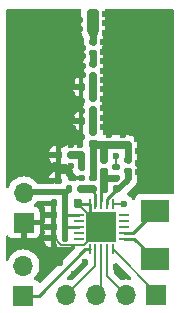
<source format=gbr>
%TF.GenerationSoftware,KiCad,Pcbnew,8.0.4*%
%TF.CreationDate,2024-09-13T17:57:46-07:00*%
%TF.ProjectId,rf-frontend-test,72662d66-726f-46e7-9465-6e642d746573,rev?*%
%TF.SameCoordinates,Original*%
%TF.FileFunction,Copper,L1,Top*%
%TF.FilePolarity,Positive*%
%FSLAX46Y46*%
G04 Gerber Fmt 4.6, Leading zero omitted, Abs format (unit mm)*
G04 Created by KiCad (PCBNEW 8.0.4) date 2024-09-13 17:57:46*
%MOMM*%
%LPD*%
G01*
G04 APERTURE LIST*
G04 Aperture macros list*
%AMRoundRect*
0 Rectangle with rounded corners*
0 $1 Rounding radius*
0 $2 $3 $4 $5 $6 $7 $8 $9 X,Y pos of 4 corners*
0 Add a 4 corners polygon primitive as box body*
4,1,4,$2,$3,$4,$5,$6,$7,$8,$9,$2,$3,0*
0 Add four circle primitives for the rounded corners*
1,1,$1+$1,$2,$3*
1,1,$1+$1,$4,$5*
1,1,$1+$1,$6,$7*
1,1,$1+$1,$8,$9*
0 Add four rect primitives between the rounded corners*
20,1,$1+$1,$2,$3,$4,$5,0*
20,1,$1+$1,$4,$5,$6,$7,0*
20,1,$1+$1,$6,$7,$8,$9,0*
20,1,$1+$1,$8,$9,$2,$3,0*%
G04 Aperture macros list end*
%TA.AperFunction,Conductor*%
%ADD10C,0.640000*%
%TD*%
%TA.AperFunction,Conductor*%
%ADD11C,0.620000*%
%TD*%
%TA.AperFunction,Conductor*%
%ADD12C,0.600000*%
%TD*%
%TA.AperFunction,Conductor*%
%ADD13C,0.560000*%
%TD*%
%TA.AperFunction,Conductor*%
%ADD14C,0.200000*%
%TD*%
%TA.AperFunction,Conductor*%
%ADD15C,0.590000*%
%TD*%
%TA.AperFunction,Conductor*%
%ADD16C,0.250000*%
%TD*%
%TA.AperFunction,Conductor*%
%ADD17C,0.500000*%
%TD*%
%TA.AperFunction,SMDPad,CuDef*%
%ADD18RoundRect,0.147500X0.172500X-0.147500X0.172500X0.147500X-0.172500X0.147500X-0.172500X-0.147500X0*%
%TD*%
%TA.AperFunction,SMDPad,CuDef*%
%ADD19RoundRect,0.140000X0.140000X0.170000X-0.140000X0.170000X-0.140000X-0.170000X0.140000X-0.170000X0*%
%TD*%
%TA.AperFunction,SMDPad,CuDef*%
%ADD20RoundRect,0.140000X0.170000X-0.140000X0.170000X0.140000X-0.170000X0.140000X-0.170000X-0.140000X0*%
%TD*%
%TA.AperFunction,ComponentPad*%
%ADD21R,1.700000X1.700000*%
%TD*%
%TA.AperFunction,ComponentPad*%
%ADD22O,1.700000X1.700000*%
%TD*%
%TA.AperFunction,SMDPad,CuDef*%
%ADD23RoundRect,0.062500X-0.062500X0.362500X-0.062500X-0.362500X0.062500X-0.362500X0.062500X0.362500X0*%
%TD*%
%TA.AperFunction,SMDPad,CuDef*%
%ADD24RoundRect,0.062500X-0.362500X0.062500X-0.362500X-0.062500X0.362500X-0.062500X0.362500X0.062500X0*%
%TD*%
%TA.AperFunction,HeatsinkPad*%
%ADD25R,2.600000X2.600000*%
%TD*%
%TA.AperFunction,SMDPad,CuDef*%
%ADD26R,2.400000X1.900000*%
%TD*%
%TA.AperFunction,SMDPad,CuDef*%
%ADD27RoundRect,0.147500X-0.147500X-0.172500X0.147500X-0.172500X0.147500X0.172500X-0.147500X0.172500X0*%
%TD*%
%TA.AperFunction,SMDPad,CuDef*%
%ADD28RoundRect,0.250000X-0.250000X-0.750000X0.250000X-0.750000X0.250000X0.750000X-0.250000X0.750000X0*%
%TD*%
%TA.AperFunction,SMDPad,CuDef*%
%ADD29RoundRect,0.135000X0.135000X0.185000X-0.135000X0.185000X-0.135000X-0.185000X0.135000X-0.185000X0*%
%TD*%
%TA.AperFunction,SMDPad,CuDef*%
%ADD30RoundRect,0.147500X0.147500X0.172500X-0.147500X0.172500X-0.147500X-0.172500X0.147500X-0.172500X0*%
%TD*%
%TA.AperFunction,ViaPad*%
%ADD31C,0.600000*%
%TD*%
%TA.AperFunction,Conductor*%
%ADD32C,0.152400*%
%TD*%
G04 APERTURE END LIST*
D10*
%TO.N,Net-(C6-Pad2)*%
X121100000Y-57700000D02*
X118160000Y-57700000D01*
D11*
%TO.N,Net-(AE1-A)*%
X118180000Y-48965000D02*
X118180000Y-47215000D01*
%TO.N,Net-(CC1-Pad1)*%
X118180000Y-50810000D02*
X118180000Y-49980000D01*
D12*
%TO.N,Net-(U1-RXp)*%
X121100000Y-60500000D02*
X121100000Y-59975000D01*
D13*
%TO.N,Net-(U1-RXn)*%
X120100000Y-60500000D02*
X119100000Y-60500000D01*
D14*
%TO.N,Net-(C6-Pad2)*%
X118550000Y-57550000D02*
X118390000Y-57390000D01*
D15*
%TO.N,Net-(CF1-Pad2)*%
X117190000Y-59560000D02*
X117190000Y-58560000D01*
D10*
X116320000Y-58560000D02*
X117160000Y-58560000D01*
%TO.N,Net-(U1-TX)*%
X117144800Y-61468000D02*
X118160800Y-61468000D01*
D14*
%TO.N,Net-(AE1-A)*%
X118070000Y-48720000D02*
X117780000Y-48070000D01*
D10*
%TO.N,Net-(CF3-Pad1)*%
X118180000Y-53710000D02*
X118180000Y-51870000D01*
D16*
%TO.N,Net-(U1-RXn)*%
X118872000Y-62484000D02*
X118872000Y-59775000D01*
D11*
%TO.N,Net-(C6-Pad2)*%
X121100000Y-58950000D02*
X121100000Y-57790000D01*
D10*
%TO.N,Net-(U1-RXn)*%
X119126000Y-59975000D02*
X119126000Y-61468000D01*
D14*
%TO.N,Net-(AE1-A)*%
X118370000Y-48640000D02*
X118560000Y-48010000D01*
D11*
%TO.N,Net-(C6-Pad2)*%
X118160000Y-60450000D02*
X118160000Y-57850000D01*
D16*
%TO.N,Net-(U1-TX)*%
X118375000Y-61917800D02*
X118375000Y-62832200D01*
D10*
%TO.N,Net-(CF2-Pad1)*%
X118180000Y-56580000D02*
X118180000Y-54730000D01*
D17*
%TO.N,Net-(U1-RXp)*%
X120237500Y-61537500D02*
X121147419Y-60627581D01*
D10*
%TO.N,Net-(C6-Pad2)*%
X119120000Y-58950000D02*
X119120000Y-57830000D01*
D16*
%TO.N,Net-(U1-TX)*%
X118110000Y-61663747D02*
G75*
G02*
X118371453Y-61925200I0J-261453D01*
G01*
%TD*%
D18*
%TO.P,LF4,1,1*%
%TO.N,Net-(CF3-Pad1)*%
X118180000Y-51840000D03*
%TO.P,LF4,2,2*%
%TO.N,Net-(CC1-Pad1)*%
X118180000Y-50870000D03*
%TD*%
D19*
%TO.P,CF2,1*%
%TO.N,Net-(CF2-Pad1)*%
X118220000Y-55650000D03*
%TO.P,CF2,2*%
%TO.N,GND*%
X117260000Y-55650000D03*
%TD*%
D20*
%TO.P,C3,1*%
%TO.N,+3.3V*%
X115220000Y-61720000D03*
%TO.P,C3,2*%
%TO.N,GND*%
X115220000Y-60760000D03*
%TD*%
D21*
%TO.P,J1,1,Pin_1*%
%TO.N,~{RF_IRQ}*%
X112280000Y-70445000D03*
D22*
%TO.P,J1,2,Pin_2*%
%TO.N,~{RF_EN}*%
X112280000Y-67905000D03*
%TD*%
D20*
%TO.P,CR1,1*%
%TO.N,Net-(U1-RXn)*%
X120100000Y-60500000D03*
%TO.P,CR1,2*%
%TO.N,GND*%
X120100000Y-59540000D03*
%TD*%
D19*
%TO.P,C2,1*%
%TO.N,+3.3V*%
X115800000Y-62650000D03*
%TO.P,C2,2*%
%TO.N,GND*%
X114840000Y-62650000D03*
%TD*%
D20*
%TO.P,CC1,1*%
%TO.N,Net-(CC1-Pad1)*%
X118180000Y-49950000D03*
%TO.P,CC1,2*%
%TO.N,Net-(AE1-A)*%
X118180000Y-48990000D03*
%TD*%
D23*
%TO.P,U1,1,SDN*%
%TO.N,~{RF_EN}*%
X119872000Y-62700000D03*
%TO.P,U1,2,RXp*%
%TO.N,Net-(U1-RXp)*%
X119372000Y-62700000D03*
%TO.P,U1,3,RXn*%
%TO.N,Net-(U1-RXn)*%
X118872000Y-62700000D03*
%TO.P,U1,4,TX*%
%TO.N,Net-(U1-TX)*%
X118372000Y-62700000D03*
%TO.P,U1,5,NC*%
%TO.N,GND*%
X117872000Y-62700000D03*
D24*
%TO.P,U1,6,VDD*%
%TO.N,+3.3V*%
X116947000Y-63625000D03*
%TO.P,U1,7,TXRAMP*%
%TO.N,unconnected-(U1-TXRAMP-Pad7)*%
X116947000Y-64125000D03*
%TO.P,U1,8,VDD*%
%TO.N,+3.3V*%
X116947000Y-64625000D03*
%TO.P,U1,9,GPIO0*%
%TO.N,unconnected-(U1-GPIO0-Pad9)*%
X116947000Y-65125000D03*
%TO.P,U1,10,GPIO1*%
%TO.N,unconnected-(U1-GPIO1-Pad10)*%
X116947000Y-65625000D03*
D23*
%TO.P,U1,11,~{IRQ}*%
%TO.N,~{RF_IRQ}*%
X117872000Y-66550000D03*
%TO.P,U1,12,SCLK*%
%TO.N,SCLK*%
X118372000Y-66550000D03*
%TO.P,U1,13,SDO*%
%TO.N,MISO*%
X118872000Y-66550000D03*
%TO.P,U1,14,SDI*%
%TO.N,MOSI*%
X119372000Y-66550000D03*
%TO.P,U1,15,~{SEL}*%
%TO.N,~{RF_CS}*%
X119872000Y-66550000D03*
D24*
%TO.P,U1,16,XOUT*%
%TO.N,Net-(U1-XOUT)*%
X120797000Y-65625000D03*
%TO.P,U1,17,XIN*%
%TO.N,Net-(U1-XIN)*%
X120797000Y-65125000D03*
%TO.P,U1,18,GND*%
%TO.N,unconnected-(U1-GND-Pad18)*%
X120797000Y-64625000D03*
%TO.P,U1,19,GPIO2*%
%TO.N,unconnected-(U1-GPIO2-Pad19)*%
X120797000Y-64125000D03*
%TO.P,U1,20,GPIO3*%
%TO.N,unconnected-(U1-GPIO3-Pad20)*%
X120797000Y-63625000D03*
D25*
%TO.P,U1,21,GND*%
%TO.N,GND*%
X118872000Y-64625000D03*
%TD*%
D19*
%TO.P,C5,1*%
%TO.N,+3.3V*%
X115800000Y-63620000D03*
%TO.P,C5,2*%
%TO.N,GND*%
X114840000Y-63620000D03*
%TD*%
D26*
%TO.P,Y1,1,1*%
%TO.N,Net-(U1-XIN)*%
X123410000Y-63270000D03*
%TO.P,Y1,2,2*%
%TO.N,Net-(U1-XOUT)*%
X123410000Y-67370000D03*
%TD*%
D18*
%TO.P,LF3,1,1*%
%TO.N,Net-(CF2-Pad1)*%
X118180000Y-54705000D03*
%TO.P,LF3,2,2*%
%TO.N,Net-(CF3-Pad1)*%
X118180000Y-53735000D03*
%TD*%
D19*
%TO.P,CF1,1*%
%TO.N,Net-(C6-Pad2)*%
X118170000Y-59540000D03*
%TO.P,CF1,2*%
%TO.N,Net-(CF1-Pad2)*%
X117210000Y-59540000D03*
%TD*%
D27*
%TO.P,Lchk1,1,1*%
%TO.N,+3.3V*%
X116174800Y-61468000D03*
%TO.P,Lchk1,2,2*%
%TO.N,Net-(U1-TX)*%
X117144800Y-61468000D03*
%TD*%
D20*
%TO.P,C6,1*%
%TO.N,Net-(U1-TX)*%
X118160800Y-61440000D03*
%TO.P,C6,2*%
%TO.N,Net-(C6-Pad2)*%
X118160800Y-60480000D03*
%TD*%
D19*
%TO.P,C4,1*%
%TO.N,+3.3V*%
X115790000Y-64610000D03*
%TO.P,C4,2*%
%TO.N,GND*%
X114830000Y-64610000D03*
%TD*%
D18*
%TO.P,LR2,1,1*%
%TO.N,Net-(U1-RXn)*%
X119126000Y-59944000D03*
%TO.P,LR2,2,2*%
%TO.N,Net-(C6-Pad2)*%
X119126000Y-58974000D03*
%TD*%
D21*
%TO.P,J2,1,Pin_1*%
%TO.N,~{RF_CS}*%
X123520000Y-70440000D03*
D22*
%TO.P,J2,2,Pin_2*%
%TO.N,MOSI*%
X120980000Y-70440000D03*
%TO.P,J2,3,Pin_3*%
%TO.N,MISO*%
X118440000Y-70440000D03*
%TO.P,J2,4,Pin_4*%
%TO.N,SCLK*%
X115900000Y-70440000D03*
%TD*%
D28*
%TO.P,AE1,1,A*%
%TO.N,Net-(AE1-A)*%
X118160000Y-47240000D03*
%TD*%
D20*
%TO.P,CR2,1*%
%TO.N,Net-(U1-RXp)*%
X121100000Y-59938800D03*
%TO.P,CR2,2*%
%TO.N,Net-(C6-Pad2)*%
X121100000Y-58978800D03*
%TD*%
D18*
%TO.P,LF2,1,1*%
%TO.N,Net-(C6-Pad2)*%
X118180000Y-57570000D03*
%TO.P,LF2,2,2*%
%TO.N,Net-(CF2-Pad1)*%
X118180000Y-56600000D03*
%TD*%
D29*
%TO.P,RF1,1*%
%TO.N,Net-(CF1-Pad2)*%
X116270000Y-58560000D03*
%TO.P,RF1,2*%
%TO.N,GND*%
X115250000Y-58560000D03*
%TD*%
D21*
%TO.P,J3,1,Pin_1*%
%TO.N,GND*%
X112290000Y-64265000D03*
D22*
%TO.P,J3,2,Pin_2*%
%TO.N,+3.3V*%
X112290000Y-61725000D03*
%TD*%
D27*
%TO.P,LF1,1,1*%
%TO.N,Net-(CF1-Pad2)*%
X117185000Y-58550000D03*
%TO.P,LF1,2,2*%
%TO.N,Net-(C6-Pad2)*%
X118155000Y-58550000D03*
%TD*%
D30*
%TO.P,LR1,1,1*%
%TO.N,Net-(U1-RXp)*%
X120119000Y-61468000D03*
%TO.P,LR1,2,2*%
%TO.N,Net-(U1-RXn)*%
X119149000Y-61468000D03*
%TD*%
D19*
%TO.P,CF3,1*%
%TO.N,Net-(CF3-Pad1)*%
X118170000Y-52790000D03*
%TO.P,CF3,2*%
%TO.N,GND*%
X117210000Y-52790000D03*
%TD*%
%TO.P,C1,1*%
%TO.N,+3.3V*%
X115790000Y-65570000D03*
%TO.P,C1,2*%
%TO.N,GND*%
X114830000Y-65570000D03*
%TD*%
D31*
%TO.N,~{RF_EN}*%
X120800000Y-62700000D03*
%TO.N,GND*%
X115900000Y-54200000D03*
X119200000Y-46600000D03*
X117300000Y-49500000D03*
X115900000Y-48600000D03*
X117200000Y-57000000D03*
X115000000Y-48600000D03*
X111600000Y-48200000D03*
X117200000Y-54000000D03*
X120000000Y-52100000D03*
X114900000Y-49800000D03*
X117200000Y-60500000D03*
X115400000Y-67700000D03*
X122700000Y-55400000D03*
X119200000Y-47400000D03*
X112400000Y-51600000D03*
X123000000Y-56600000D03*
X114300000Y-56600000D03*
X117200000Y-54800000D03*
X124100000Y-53600000D03*
X111600000Y-53900000D03*
X116400000Y-53400000D03*
X111700000Y-46900000D03*
X116600000Y-68600000D03*
X112500000Y-49400000D03*
X124000000Y-56900000D03*
X113900000Y-55800000D03*
X124200000Y-46900000D03*
X123000000Y-57900000D03*
X114400000Y-68100000D03*
X119000000Y-53800000D03*
X111400000Y-52900000D03*
X112300000Y-52700000D03*
X115000000Y-59400000D03*
X119500000Y-56880000D03*
X124117044Y-48615904D03*
X119000000Y-54600000D03*
X114500000Y-66900000D03*
X117100000Y-47900000D03*
X121400000Y-53200000D03*
X121900000Y-57200000D03*
X117300000Y-51800000D03*
X117300000Y-50200000D03*
X120200000Y-54600000D03*
X111500000Y-55100000D03*
X111400000Y-59200000D03*
X113200000Y-57400000D03*
X121000000Y-50700000D03*
X123300000Y-47000000D03*
X115500000Y-57700000D03*
X114623869Y-55154018D03*
X111400000Y-56100000D03*
X111400000Y-57200000D03*
X114300000Y-60200000D03*
X123400000Y-52400000D03*
X123100000Y-59000000D03*
X124100000Y-54600000D03*
X113500000Y-54900000D03*
X115300000Y-56300000D03*
X111400000Y-50500000D03*
X119000000Y-55400000D03*
X124000000Y-55700000D03*
X116400000Y-60500000D03*
X122000000Y-59200000D03*
X124100000Y-61600000D03*
X112400000Y-55300000D03*
X116400000Y-52400000D03*
X117100000Y-57700000D03*
X114000000Y-46800000D03*
X113800000Y-53900000D03*
X112300000Y-57200000D03*
X121600000Y-48000000D03*
X121800000Y-56300000D03*
X124000000Y-50100000D03*
X114600000Y-57600000D03*
X116300000Y-59500000D03*
X115500000Y-52200000D03*
X111400000Y-51700000D03*
X121500000Y-55500000D03*
X112600000Y-50400000D03*
X113100000Y-53300000D03*
X122300000Y-52100000D03*
X119200000Y-48200000D03*
X112618085Y-48436976D03*
X114000000Y-48900000D03*
X112200000Y-59400000D03*
X120400000Y-48700000D03*
X123000000Y-49900000D03*
X123000000Y-60800000D03*
X117100000Y-48700000D03*
X122900000Y-48900000D03*
X115600000Y-59900000D03*
X122000000Y-58200000D03*
X119000000Y-51400000D03*
X115900000Y-50000000D03*
X114200000Y-58500000D03*
X122600000Y-53300000D03*
X120300000Y-55800000D03*
X120000000Y-49900000D03*
X117000000Y-62700000D03*
X122100000Y-50700000D03*
X120500000Y-47600000D03*
X119000000Y-50600000D03*
X113900000Y-50300000D03*
X120100000Y-68000000D03*
X113900000Y-47900000D03*
X119000000Y-49800000D03*
X111400000Y-58200000D03*
X122000000Y-60000000D03*
X119000000Y-53000000D03*
X115200000Y-53100000D03*
X119000000Y-49000000D03*
X119000000Y-56200000D03*
X124200000Y-59200000D03*
X122900000Y-60000000D03*
X113100000Y-58700000D03*
X121200000Y-52000000D03*
X120100000Y-58600000D03*
X116300000Y-57700000D03*
X113400000Y-52200000D03*
X112300000Y-58200000D03*
X117300000Y-51000000D03*
X122600000Y-61600000D03*
X116000000Y-47700000D03*
X116500000Y-56300000D03*
X112600000Y-54200000D03*
X116400000Y-55400000D03*
X120100000Y-53300000D03*
X124100000Y-60200000D03*
X113600000Y-59500000D03*
X114200000Y-52900000D03*
X117500000Y-67600000D03*
X119000000Y-52200000D03*
X122700000Y-54400000D03*
X115700000Y-66800000D03*
X114900000Y-50900000D03*
X114900000Y-54000000D03*
X124000000Y-51500000D03*
X113200000Y-56500000D03*
X120700000Y-56880000D03*
X121800000Y-49500000D03*
X115900000Y-51000000D03*
X121400000Y-46900000D03*
X122300000Y-46800000D03*
X112300000Y-56200000D03*
X112800000Y-47400000D03*
X123400000Y-61600000D03*
X115400000Y-55000000D03*
X122637757Y-47806076D03*
X113500000Y-51300000D03*
X111400000Y-49300000D03*
X117100000Y-47100000D03*
X114900000Y-47500000D03*
X123000000Y-51200000D03*
X121300000Y-54400000D03*
X120000000Y-50800000D03*
X114400000Y-51900000D03*
X115900000Y-56900000D03*
X124200000Y-58100000D03*
X116100000Y-46800000D03*
%TD*%
D16*
%TO.N,+3.3V*%
X115790000Y-63630000D02*
X115800000Y-63620000D01*
D17*
X115800000Y-62650000D02*
X115800000Y-61842800D01*
X115220000Y-61720000D02*
X112295000Y-61720000D01*
D16*
X116947000Y-63625000D02*
X115805000Y-63625000D01*
D17*
X115800000Y-63620000D02*
X115800000Y-62650000D01*
D16*
X112295000Y-61720000D02*
X112290000Y-61725000D01*
X116947000Y-64625000D02*
X115805000Y-64625000D01*
D17*
X115800000Y-61842800D02*
X116174800Y-61468000D01*
D16*
X115677200Y-61720000D02*
X115800000Y-61842800D01*
D17*
X115790000Y-65570000D02*
X115790000Y-64610000D01*
D16*
X115805000Y-63625000D02*
X115800000Y-63620000D01*
D17*
X115220000Y-61720000D02*
X115677200Y-61720000D01*
X115790000Y-64610000D02*
X115790000Y-63630000D01*
D16*
X115805000Y-64625000D02*
X115790000Y-64610000D01*
D14*
%TO.N,~{RF_EN}*%
X119872000Y-62700000D02*
X120800000Y-62700000D01*
D16*
%TO.N,~{RF_IRQ}*%
X117450000Y-66550000D02*
X113555000Y-70445000D01*
X113555000Y-70445000D02*
X112280000Y-70445000D01*
X117872000Y-66550000D02*
X117450000Y-66550000D01*
%TO.N,Net-(U1-RXp)*%
X119372000Y-62738000D02*
X119372000Y-62288800D01*
X119372000Y-62288800D02*
X120119000Y-61541800D01*
%TO.N,Net-(U1-XOUT)*%
X121665000Y-65625000D02*
X123410000Y-67370000D01*
X120797000Y-65625000D02*
X121665000Y-65625000D01*
D14*
%TO.N,MISO*%
X118872000Y-66550000D02*
X118872000Y-70008000D01*
X118872000Y-70008000D02*
X118440000Y-70440000D01*
%TO.N,~{RF_CS}*%
X123520000Y-70198000D02*
X123520000Y-70440000D01*
X119872000Y-66550000D02*
X123520000Y-70198000D01*
%TO.N,Net-(U1-RXn)*%
X119149000Y-60048000D02*
X119126000Y-60025000D01*
%TO.N,MOSI*%
X119372000Y-66550000D02*
X119372000Y-68832000D01*
X119372000Y-68832000D02*
X120980000Y-70440000D01*
%TO.N,SCLK*%
X118372000Y-67968000D02*
X115900000Y-70440000D01*
X118372000Y-66550000D02*
X118372000Y-67968000D01*
D16*
%TO.N,Net-(U1-XIN)*%
X121555000Y-65125000D02*
X123410000Y-63270000D01*
X120797000Y-65125000D02*
X121555000Y-65125000D01*
%TO.N,GND*%
X117872000Y-63625000D02*
X117872000Y-62700000D01*
D14*
X118872000Y-64625000D02*
X117000000Y-62753000D01*
D32*
X117367000Y-66130000D02*
X115484576Y-66130000D01*
D16*
X117872000Y-62700000D02*
X117000000Y-62700000D01*
D32*
X118872000Y-64625000D02*
X117367000Y-66130000D01*
X115484576Y-66130000D02*
X114840000Y-65485424D01*
D14*
X120100000Y-59540000D02*
X120100000Y-58600000D01*
D16*
X114840000Y-65485424D02*
X114840000Y-62650000D01*
%TD*%
%TA.AperFunction,Conductor*%
%TO.N,GND*%
G36*
X114872523Y-62475422D02*
G01*
X114930097Y-62492149D01*
X114988980Y-62529753D01*
X115018187Y-62593226D01*
X115019500Y-62611224D01*
X115019500Y-62884697D01*
X115022356Y-62920991D01*
X115022357Y-62920994D01*
X115044576Y-62997469D01*
X115049500Y-63032065D01*
X115049500Y-63237934D01*
X115044576Y-63272530D01*
X115022357Y-63349005D01*
X115022356Y-63349008D01*
X115019500Y-63385302D01*
X115019500Y-63854697D01*
X115022356Y-63890991D01*
X115022357Y-63890994D01*
X115034576Y-63933050D01*
X115039500Y-63967646D01*
X115039500Y-64227934D01*
X115034576Y-64262530D01*
X115012357Y-64339005D01*
X115012356Y-64339008D01*
X115009500Y-64375302D01*
X115009500Y-64844697D01*
X115012356Y-64880991D01*
X115012357Y-64880994D01*
X115034576Y-64957469D01*
X115039500Y-64992065D01*
X115039500Y-65187934D01*
X115034576Y-65222530D01*
X115012357Y-65299005D01*
X115012356Y-65299008D01*
X115009500Y-65335302D01*
X115009500Y-65804697D01*
X115012356Y-65840991D01*
X115012357Y-65840997D01*
X115057503Y-65996389D01*
X115057505Y-65996393D01*
X115057506Y-65996395D01*
X115062732Y-66005233D01*
X115080000Y-66068352D01*
X115080000Y-66374503D01*
X115226194Y-66332032D01*
X115246384Y-66320091D01*
X115314108Y-66302906D01*
X115372629Y-66320089D01*
X115393605Y-66332494D01*
X115434587Y-66344400D01*
X115549002Y-66377642D01*
X115549005Y-66377642D01*
X115549007Y-66377643D01*
X115585310Y-66380500D01*
X115585318Y-66380500D01*
X115994682Y-66380500D01*
X115994690Y-66380500D01*
X116030993Y-66377643D01*
X116030995Y-66377642D01*
X116030997Y-66377642D01*
X116071975Y-66365736D01*
X116186395Y-66332494D01*
X116324507Y-66250815D01*
X116332402Y-66246146D01*
X116334257Y-66249282D01*
X116383453Y-66229437D01*
X116429055Y-66236214D01*
X116429674Y-66233905D01*
X116437524Y-66236008D01*
X116437526Y-66236008D01*
X116437528Y-66236009D01*
X116547599Y-66250500D01*
X116565544Y-66250499D01*
X116632582Y-66270181D01*
X116678339Y-66322982D01*
X116688286Y-66392140D01*
X116659264Y-66455697D01*
X116653228Y-66462180D01*
X113755874Y-69359534D01*
X113694551Y-69393019D01*
X113624859Y-69388035D01*
X113568926Y-69346164D01*
X113565241Y-69341241D01*
X113487546Y-69237454D01*
X113464709Y-69220358D01*
X113372335Y-69151206D01*
X113372328Y-69151202D01*
X113240917Y-69102189D01*
X113184983Y-69060318D01*
X113160566Y-68994853D01*
X113175418Y-68926580D01*
X113196563Y-68898332D01*
X113318495Y-68776401D01*
X113454035Y-68582830D01*
X113553903Y-68368663D01*
X113615063Y-68140408D01*
X113635659Y-67905000D01*
X113615063Y-67669592D01*
X113560897Y-67467439D01*
X113553905Y-67441344D01*
X113553904Y-67441343D01*
X113553903Y-67441337D01*
X113454035Y-67227171D01*
X113318495Y-67033599D01*
X113318494Y-67033597D01*
X113151402Y-66866506D01*
X113151395Y-66866501D01*
X112957834Y-66730967D01*
X112957830Y-66730965D01*
X112957828Y-66730964D01*
X112743663Y-66631097D01*
X112743659Y-66631096D01*
X112743655Y-66631094D01*
X112515413Y-66569938D01*
X112515403Y-66569936D01*
X112280001Y-66549341D01*
X112279999Y-66549341D01*
X112044596Y-66569936D01*
X112044586Y-66569938D01*
X111816344Y-66631094D01*
X111816335Y-66631098D01*
X111602171Y-66730964D01*
X111602169Y-66730965D01*
X111408597Y-66866505D01*
X111241505Y-67033597D01*
X111105965Y-67227169D01*
X111105964Y-67227171D01*
X111017882Y-67416064D01*
X110971710Y-67468503D01*
X110904516Y-67487655D01*
X110837635Y-67467439D01*
X110792300Y-67414274D01*
X110781500Y-67363659D01*
X110781500Y-65820000D01*
X114051210Y-65820000D01*
X114052854Y-65840910D01*
X114097968Y-65996195D01*
X114180278Y-66135374D01*
X114180285Y-66135383D01*
X114294616Y-66249714D01*
X114294625Y-66249721D01*
X114433804Y-66332031D01*
X114580000Y-66374504D01*
X114580000Y-65820000D01*
X114051210Y-65820000D01*
X110781500Y-65820000D01*
X110781500Y-65442246D01*
X110801185Y-65375207D01*
X110853989Y-65329452D01*
X110923147Y-65319508D01*
X110986703Y-65348533D01*
X111004767Y-65367935D01*
X111082813Y-65472190D01*
X111197906Y-65558350D01*
X111197913Y-65558354D01*
X111332620Y-65608596D01*
X111332627Y-65608598D01*
X111392155Y-65614999D01*
X111392172Y-65615000D01*
X112040000Y-65615000D01*
X112040000Y-64698012D01*
X112097007Y-64730925D01*
X112224174Y-64765000D01*
X112355826Y-64765000D01*
X112482993Y-64730925D01*
X112540000Y-64698012D01*
X112540000Y-65615000D01*
X113187828Y-65615000D01*
X113187844Y-65614999D01*
X113247372Y-65608598D01*
X113247379Y-65608596D01*
X113382086Y-65558354D01*
X113382093Y-65558350D01*
X113497187Y-65472190D01*
X113497190Y-65472187D01*
X113583350Y-65357093D01*
X113583354Y-65357086D01*
X113597186Y-65319999D01*
X114051209Y-65319999D01*
X114051210Y-65320000D01*
X114580000Y-65320000D01*
X114580000Y-64860000D01*
X114051210Y-64860000D01*
X114052854Y-64880910D01*
X114097968Y-65036195D01*
X114099942Y-65040756D01*
X114108499Y-65110099D01*
X114099942Y-65139244D01*
X114097966Y-65143809D01*
X114052855Y-65299081D01*
X114052854Y-65299087D01*
X114051209Y-65319999D01*
X113597186Y-65319999D01*
X113633596Y-65222379D01*
X113633598Y-65222372D01*
X113639999Y-65162844D01*
X113640000Y-65162827D01*
X113640000Y-64515000D01*
X112723012Y-64515000D01*
X112755925Y-64457993D01*
X112782183Y-64359999D01*
X114051209Y-64359999D01*
X114051210Y-64360000D01*
X114580000Y-64360000D01*
X114580000Y-63870000D01*
X114061210Y-63870000D01*
X114062854Y-63890910D01*
X114107968Y-64046195D01*
X114111066Y-64053353D01*
X114109069Y-64054216D01*
X114123511Y-64111159D01*
X114106331Y-64169662D01*
X114097970Y-64183799D01*
X114097966Y-64183809D01*
X114052855Y-64339081D01*
X114052854Y-64339087D01*
X114051209Y-64359999D01*
X112782183Y-64359999D01*
X112790000Y-64330826D01*
X112790000Y-64199174D01*
X112755925Y-64072007D01*
X112723012Y-64015000D01*
X113640000Y-64015000D01*
X113640000Y-63369999D01*
X114061209Y-63369999D01*
X114061210Y-63370000D01*
X114590000Y-63370000D01*
X114590000Y-62900000D01*
X114061210Y-62900000D01*
X114062854Y-62920910D01*
X114107968Y-63076195D01*
X114111066Y-63083353D01*
X114108602Y-63084419D01*
X114122596Y-63139632D01*
X114109048Y-63185773D01*
X114111066Y-63186647D01*
X114107966Y-63193809D01*
X114062855Y-63349081D01*
X114062854Y-63349087D01*
X114061209Y-63369999D01*
X113640000Y-63369999D01*
X113640000Y-63367172D01*
X113639999Y-63367155D01*
X113633598Y-63307627D01*
X113633596Y-63307620D01*
X113583354Y-63172913D01*
X113583350Y-63172906D01*
X113497190Y-63057812D01*
X113497187Y-63057809D01*
X113382093Y-62971649D01*
X113382088Y-62971646D01*
X113250528Y-62922577D01*
X113194595Y-62880705D01*
X113170178Y-62815241D01*
X113185030Y-62746968D01*
X113206175Y-62718720D01*
X113328495Y-62596401D01*
X113379628Y-62523376D01*
X113434205Y-62479751D01*
X113481202Y-62470500D01*
X114837934Y-62470500D01*
X114872523Y-62475422D01*
G37*
%TD.AperFunction*%
%TA.AperFunction,Conductor*%
G36*
X117565994Y-67421108D02*
G01*
X117570109Y-67422727D01*
X117662528Y-67461009D01*
X117663683Y-67461161D01*
X117664583Y-67461559D01*
X117670378Y-67463112D01*
X117670135Y-67464015D01*
X117727580Y-67489426D01*
X117766052Y-67547750D01*
X117771500Y-67584100D01*
X117771500Y-67667902D01*
X117751815Y-67734941D01*
X117735181Y-67755583D01*
X116383530Y-69107233D01*
X116322207Y-69140718D01*
X116263756Y-69139327D01*
X116135413Y-69104938D01*
X116135403Y-69104936D01*
X116073177Y-69099492D01*
X116008109Y-69074039D01*
X115967131Y-69017447D01*
X115963254Y-68947685D01*
X115996303Y-68888285D01*
X117434981Y-67449607D01*
X117496302Y-67416124D01*
X117565994Y-67421108D01*
G37*
%TD.AperFunction*%
%TA.AperFunction,Conductor*%
G36*
X120177703Y-67705384D02*
G01*
X120184181Y-67711416D01*
X121383080Y-68910315D01*
X121416565Y-68971638D01*
X121411581Y-69041330D01*
X121369709Y-69097263D01*
X121304245Y-69121680D01*
X121263306Y-69117771D01*
X121215413Y-69104938D01*
X121215403Y-69104936D01*
X120980001Y-69084341D01*
X120979999Y-69084341D01*
X120744596Y-69104936D01*
X120744583Y-69104939D01*
X120616241Y-69139327D01*
X120546392Y-69137664D01*
X120496468Y-69107233D01*
X120008819Y-68619584D01*
X119975334Y-68558261D01*
X119972500Y-68531903D01*
X119972500Y-67799097D01*
X119992185Y-67732058D01*
X120044989Y-67686303D01*
X120114147Y-67676359D01*
X120177703Y-67705384D01*
G37*
%TD.AperFunction*%
%TA.AperFunction,Conductor*%
G36*
X118154507Y-63609537D02*
G01*
X118154677Y-63608905D01*
X118162526Y-63611008D01*
X118162528Y-63611009D01*
X118272599Y-63625500D01*
X118471400Y-63625499D01*
X118471401Y-63625499D01*
X118488087Y-63623302D01*
X118581472Y-63611009D01*
X118581475Y-63611007D01*
X118589326Y-63608905D01*
X118590210Y-63612207D01*
X118643925Y-63606392D01*
X118654514Y-63609501D01*
X118654674Y-63608905D01*
X118662524Y-63611008D01*
X118662526Y-63611008D01*
X118662528Y-63611009D01*
X118772599Y-63625500D01*
X118971400Y-63625499D01*
X118971401Y-63625499D01*
X118988087Y-63623302D01*
X119081472Y-63611009D01*
X119081475Y-63611007D01*
X119089326Y-63608905D01*
X119090210Y-63612207D01*
X119143925Y-63606392D01*
X119154514Y-63609501D01*
X119154674Y-63608905D01*
X119162524Y-63611008D01*
X119162526Y-63611008D01*
X119162528Y-63611009D01*
X119272599Y-63625500D01*
X119471400Y-63625499D01*
X119471401Y-63625499D01*
X119488087Y-63623302D01*
X119581472Y-63611009D01*
X119581475Y-63611007D01*
X119589326Y-63608905D01*
X119590210Y-63612207D01*
X119643925Y-63606392D01*
X119654514Y-63609501D01*
X119654674Y-63608905D01*
X119662524Y-63611008D01*
X119662526Y-63611008D01*
X119662528Y-63611009D01*
X119765661Y-63624586D01*
X119829556Y-63652852D01*
X119868028Y-63711176D01*
X119872414Y-63731341D01*
X119885989Y-63834469D01*
X119888094Y-63842322D01*
X119884814Y-63843200D01*
X119890581Y-63897073D01*
X119887517Y-63907522D01*
X119888095Y-63907677D01*
X119885990Y-63915529D01*
X119871500Y-64025598D01*
X119871500Y-64224403D01*
X119885989Y-64334468D01*
X119888094Y-64342322D01*
X119884814Y-64343200D01*
X119890581Y-64397073D01*
X119887517Y-64407522D01*
X119888095Y-64407677D01*
X119885990Y-64415529D01*
X119871500Y-64525598D01*
X119871500Y-64724403D01*
X119885989Y-64834468D01*
X119888094Y-64842322D01*
X119884814Y-64843200D01*
X119890581Y-64897073D01*
X119887517Y-64907522D01*
X119888095Y-64907677D01*
X119885990Y-64915529D01*
X119871500Y-65025598D01*
X119871500Y-65224403D01*
X119885989Y-65334468D01*
X119888094Y-65342322D01*
X119884814Y-65343200D01*
X119890581Y-65397073D01*
X119887517Y-65407522D01*
X119888095Y-65407677D01*
X119885991Y-65415528D01*
X119872413Y-65518661D01*
X119844146Y-65582557D01*
X119785822Y-65621028D01*
X119765658Y-65625414D01*
X119662530Y-65638989D01*
X119654678Y-65641094D01*
X119653802Y-65637824D01*
X119599853Y-65643567D01*
X119589477Y-65640518D01*
X119589323Y-65641095D01*
X119581470Y-65638990D01*
X119471401Y-65624500D01*
X119272596Y-65624500D01*
X119162531Y-65638989D01*
X119154678Y-65641094D01*
X119153802Y-65637824D01*
X119099853Y-65643567D01*
X119089477Y-65640518D01*
X119089323Y-65641095D01*
X119081470Y-65638990D01*
X118971401Y-65624500D01*
X118772596Y-65624500D01*
X118662531Y-65638989D01*
X118654678Y-65641094D01*
X118653802Y-65637824D01*
X118599853Y-65643567D01*
X118589477Y-65640518D01*
X118589323Y-65641095D01*
X118581470Y-65638990D01*
X118471401Y-65624500D01*
X118272596Y-65624500D01*
X118162531Y-65638989D01*
X118154678Y-65641094D01*
X118153802Y-65637824D01*
X118099853Y-65643567D01*
X118089477Y-65640518D01*
X118089323Y-65641095D01*
X118081473Y-65638991D01*
X118081472Y-65638991D01*
X118047299Y-65634492D01*
X117978338Y-65625413D01*
X117914442Y-65597146D01*
X117875971Y-65538822D01*
X117871585Y-65518658D01*
X117865468Y-65472190D01*
X117858009Y-65415528D01*
X117858008Y-65415526D01*
X117858008Y-65415524D01*
X117855905Y-65407674D01*
X117859207Y-65406789D01*
X117853392Y-65353075D01*
X117856501Y-65342485D01*
X117855905Y-65342326D01*
X117858008Y-65334475D01*
X117858008Y-65334474D01*
X117858009Y-65334472D01*
X117872500Y-65224401D01*
X117872499Y-65025600D01*
X117858009Y-64915528D01*
X117858008Y-64915525D01*
X117855905Y-64907674D01*
X117859207Y-64906789D01*
X117853392Y-64853075D01*
X117856501Y-64842485D01*
X117855905Y-64842326D01*
X117858008Y-64834475D01*
X117858008Y-64834474D01*
X117858009Y-64834472D01*
X117872500Y-64724401D01*
X117872499Y-64525600D01*
X117858009Y-64415528D01*
X117858008Y-64415525D01*
X117855905Y-64407674D01*
X117859207Y-64406789D01*
X117853392Y-64353075D01*
X117856501Y-64342485D01*
X117855905Y-64342326D01*
X117858008Y-64334475D01*
X117858008Y-64334474D01*
X117858009Y-64334472D01*
X117872500Y-64224401D01*
X117872499Y-64025600D01*
X117858009Y-63915528D01*
X117858008Y-63915525D01*
X117855905Y-63907674D01*
X117859207Y-63906789D01*
X117853392Y-63853075D01*
X117856501Y-63842485D01*
X117855905Y-63842326D01*
X117858008Y-63834475D01*
X117858008Y-63834474D01*
X117858009Y-63834472D01*
X117871654Y-63730826D01*
X117899920Y-63666930D01*
X117958245Y-63628459D01*
X117978408Y-63624073D01*
X118081345Y-63610521D01*
X118089196Y-63608418D01*
X118090193Y-63612140D01*
X118141383Y-63605796D01*
X118154507Y-63609537D01*
G37*
%TD.AperFunction*%
%TA.AperFunction,Conductor*%
G36*
X116734453Y-62238929D02*
G01*
X116895120Y-62285608D01*
X116895123Y-62285608D01*
X116895125Y-62285609D01*
X116931860Y-62288500D01*
X117063988Y-62288500D01*
X117123000Y-62288500D01*
X117190039Y-62308185D01*
X117235794Y-62360989D01*
X117247000Y-62412500D01*
X117247000Y-62575000D01*
X117622500Y-62575000D01*
X117689539Y-62594685D01*
X117735294Y-62647489D01*
X117746500Y-62698938D01*
X117746501Y-62700938D01*
X117726850Y-62767987D01*
X117674069Y-62813769D01*
X117622501Y-62825000D01*
X117247000Y-62825000D01*
X117247000Y-62875500D01*
X117227315Y-62942539D01*
X117174511Y-62988294D01*
X117123000Y-62999500D01*
X116704500Y-62999500D01*
X116637461Y-62979815D01*
X116591706Y-62927011D01*
X116580500Y-62875500D01*
X116580500Y-62415317D01*
X116580499Y-62415302D01*
X116577146Y-62372690D01*
X116578692Y-62372568D01*
X116585189Y-62310813D01*
X116628906Y-62256310D01*
X116695150Y-62234094D01*
X116734453Y-62238929D01*
G37*
%TD.AperFunction*%
%TA.AperFunction,Conductor*%
G36*
X124961539Y-46201185D02*
G01*
X125007294Y-46253989D01*
X125018500Y-46305500D01*
X125018500Y-61759587D01*
X124998815Y-61826626D01*
X124946011Y-61872381D01*
X124876853Y-61882325D01*
X124851167Y-61875769D01*
X124717482Y-61825908D01*
X124717483Y-61825908D01*
X124657883Y-61819501D01*
X124657881Y-61819500D01*
X124657873Y-61819500D01*
X124657864Y-61819500D01*
X122162129Y-61819500D01*
X122162123Y-61819501D01*
X122102516Y-61825908D01*
X121967671Y-61876202D01*
X121967664Y-61876206D01*
X121852455Y-61962452D01*
X121852452Y-61962455D01*
X121766206Y-62077664D01*
X121766202Y-62077671D01*
X121715908Y-62212516D01*
X121713658Y-62233447D01*
X121686918Y-62297997D01*
X121629524Y-62337844D01*
X121559699Y-62340335D01*
X121499611Y-62304681D01*
X121485375Y-62286160D01*
X121485011Y-62285581D01*
X121429816Y-62197738D01*
X121302262Y-62070184D01*
X121239136Y-62030519D01*
X121149521Y-61974210D01*
X121122916Y-61964901D01*
X121066140Y-61924179D01*
X121040392Y-61859227D01*
X121053848Y-61790665D01*
X121076189Y-61760178D01*
X121346776Y-61489592D01*
X121730371Y-61105997D01*
X121812503Y-60983075D01*
X121869077Y-60846493D01*
X121893819Y-60722110D01*
X121897919Y-60701500D01*
X121897919Y-60604030D01*
X121900303Y-60579832D01*
X121900500Y-60578841D01*
X121900500Y-60222026D01*
X121905423Y-60187433D01*
X121907643Y-60179793D01*
X121910500Y-60143490D01*
X121910500Y-59734110D01*
X121907643Y-59697807D01*
X121906631Y-59694325D01*
X121862495Y-59542409D01*
X121862495Y-59542408D01*
X121862494Y-59542407D01*
X121862494Y-59542405D01*
X121850379Y-59521920D01*
X121833196Y-59454199D01*
X121850379Y-59395680D01*
X121862494Y-59375195D01*
X121907643Y-59219793D01*
X121910500Y-59183490D01*
X121910500Y-58774110D01*
X121910500Y-57843297D01*
X121912883Y-57819105D01*
X121919151Y-57787592D01*
X121920500Y-57780812D01*
X121920500Y-57619188D01*
X121888969Y-57460669D01*
X121830837Y-57320326D01*
X121827119Y-57311350D01*
X121827114Y-57311341D01*
X121737324Y-57176962D01*
X121737321Y-57176958D01*
X121623041Y-57062678D01*
X121623037Y-57062675D01*
X121488658Y-56972885D01*
X121488649Y-56972880D01*
X121339331Y-56911031D01*
X121339323Y-56911029D01*
X121180816Y-56879500D01*
X121180812Y-56879500D01*
X119124500Y-56879500D01*
X119057461Y-56859815D01*
X119011706Y-56807011D01*
X119000500Y-56755500D01*
X119000500Y-54492067D01*
X119000499Y-54492052D01*
X118997609Y-54455326D01*
X118997608Y-54455320D01*
X118951933Y-54298107D01*
X118951932Y-54298106D01*
X118951931Y-54298105D01*
X118951931Y-54298103D01*
X118943070Y-54283120D01*
X118925887Y-54215399D01*
X118943070Y-54156879D01*
X118951931Y-54141897D01*
X118951932Y-54141892D01*
X118951933Y-54141892D01*
X118997608Y-53984679D01*
X118997609Y-53984673D01*
X119000499Y-53947947D01*
X119000500Y-53947940D01*
X119000500Y-53522060D01*
X119000500Y-51789188D01*
X119000500Y-51627060D01*
X118997609Y-51590325D01*
X118997608Y-51590320D01*
X118951933Y-51433107D01*
X118951932Y-51433106D01*
X118951931Y-51433105D01*
X118951931Y-51433103D01*
X118943070Y-51418120D01*
X118925887Y-51350399D01*
X118943070Y-51291879D01*
X118951931Y-51276897D01*
X118951932Y-51276892D01*
X118951933Y-51276892D01*
X118997608Y-51119679D01*
X118997609Y-51119673D01*
X119000499Y-51082947D01*
X119000500Y-51082940D01*
X119000500Y-50657060D01*
X118997609Y-50620325D01*
X118995424Y-50612804D01*
X118990500Y-50578208D01*
X118990500Y-49745317D01*
X118990499Y-49745302D01*
X118987643Y-49709008D01*
X118987642Y-49709002D01*
X118942495Y-49553609D01*
X118942495Y-49553608D01*
X118942494Y-49553607D01*
X118942494Y-49553605D01*
X118930379Y-49533120D01*
X118913196Y-49465399D01*
X118930379Y-49406880D01*
X118942494Y-49386395D01*
X118987643Y-49230993D01*
X118990500Y-49194690D01*
X118990500Y-48785310D01*
X118990500Y-48680554D01*
X118995782Y-48644750D01*
X119002118Y-48623743D01*
X119117981Y-48239561D01*
X119118977Y-48236413D01*
X119149999Y-48142797D01*
X119150242Y-48140416D01*
X119154886Y-48117195D01*
X119157749Y-48107704D01*
X119157749Y-48107703D01*
X119157750Y-48107700D01*
X119159438Y-48053440D01*
X119160021Y-48044698D01*
X119160499Y-48040016D01*
X119160500Y-48040009D01*
X119160499Y-48021276D01*
X119160559Y-48017417D01*
X119162669Y-47949659D01*
X119161859Y-47941569D01*
X119162292Y-47941525D01*
X119160499Y-47926052D01*
X119160499Y-46439998D01*
X119160498Y-46439981D01*
X119149999Y-46337205D01*
X119148768Y-46331453D01*
X119153986Y-46261778D01*
X119196044Y-46205985D01*
X119261590Y-46181787D01*
X119270022Y-46181500D01*
X124894500Y-46181500D01*
X124961539Y-46201185D01*
G37*
%TD.AperFunction*%
%TA.AperFunction,Conductor*%
G36*
X117117018Y-46201185D02*
G01*
X117162773Y-46253989D01*
X117172717Y-46323147D01*
X117171230Y-46331464D01*
X117170000Y-46337203D01*
X117159500Y-46439983D01*
X117159500Y-48040001D01*
X117159501Y-48040018D01*
X117170000Y-48142796D01*
X117170001Y-48142799D01*
X117192863Y-48211791D01*
X117197614Y-48231295D01*
X117199393Y-48242469D01*
X117199393Y-48242471D01*
X117211006Y-48268499D01*
X117215471Y-48280016D01*
X117225186Y-48309334D01*
X117235447Y-48325970D01*
X117243148Y-48340542D01*
X117358741Y-48599628D01*
X117369500Y-48650151D01*
X117369500Y-49194697D01*
X117372356Y-49230991D01*
X117372357Y-49230997D01*
X117417504Y-49386391D01*
X117417506Y-49386397D01*
X117429620Y-49406880D01*
X117446801Y-49474604D01*
X117429620Y-49533120D01*
X117417506Y-49553602D01*
X117417504Y-49553608D01*
X117372357Y-49709002D01*
X117372356Y-49709008D01*
X117369500Y-49745302D01*
X117369500Y-50578208D01*
X117364576Y-50612804D01*
X117362391Y-50620323D01*
X117362390Y-50620326D01*
X117359500Y-50657052D01*
X117359500Y-51082947D01*
X117362390Y-51119673D01*
X117362391Y-51119679D01*
X117408067Y-51276894D01*
X117416931Y-51291883D01*
X117434110Y-51359608D01*
X117416931Y-51418117D01*
X117408067Y-51433105D01*
X117362391Y-51590320D01*
X117362390Y-51590326D01*
X117359500Y-51627052D01*
X117359500Y-53947947D01*
X117362390Y-53984673D01*
X117362391Y-53984679D01*
X117408067Y-54141894D01*
X117416931Y-54156883D01*
X117434110Y-54224608D01*
X117416931Y-54283117D01*
X117408067Y-54298105D01*
X117362391Y-54455320D01*
X117362390Y-54455326D01*
X117359500Y-54492052D01*
X117359500Y-56812947D01*
X117362390Y-56849673D01*
X117362391Y-56849679D01*
X117408067Y-57006894D01*
X117416931Y-57021883D01*
X117434110Y-57089608D01*
X117416931Y-57148117D01*
X117408067Y-57163105D01*
X117362391Y-57320320D01*
X117362390Y-57320326D01*
X117359500Y-57357052D01*
X117359500Y-57506428D01*
X117357117Y-57530619D01*
X117338311Y-57625163D01*
X117336745Y-57624851D01*
X117313490Y-57682442D01*
X117256455Y-57722801D01*
X117216248Y-57729500D01*
X116972052Y-57729500D01*
X116935328Y-57732390D01*
X116935325Y-57732391D01*
X116927801Y-57734576D01*
X116893209Y-57739500D01*
X116070831Y-57739500D01*
X116070807Y-57739501D01*
X116034794Y-57742335D01*
X115880611Y-57787129D01*
X115880607Y-57787130D01*
X115822628Y-57821419D01*
X115754903Y-57838600D01*
X115696388Y-57821419D01*
X115639189Y-57787592D01*
X115639188Y-57787591D01*
X115500001Y-57747153D01*
X115500000Y-57747154D01*
X115500000Y-58299591D01*
X115499618Y-58309316D01*
X115499500Y-58310803D01*
X115499500Y-58809170D01*
X115499501Y-58809182D01*
X115499618Y-58810663D01*
X115500000Y-58820393D01*
X115500000Y-59372844D01*
X115639194Y-59332405D01*
X115639196Y-59332404D01*
X115696386Y-59298582D01*
X115764109Y-59281398D01*
X115822629Y-59298581D01*
X115880607Y-59332869D01*
X115921268Y-59344682D01*
X116034791Y-59377664D01*
X116034794Y-59377664D01*
X116034796Y-59377665D01*
X116070819Y-59380500D01*
X116229185Y-59380499D01*
X116229197Y-59380500D01*
X116239188Y-59380500D01*
X116270500Y-59380500D01*
X116337539Y-59400185D01*
X116383294Y-59452989D01*
X116394500Y-59504500D01*
X116394500Y-59638350D01*
X116394500Y-59638352D01*
X116394499Y-59638352D01*
X116425070Y-59792036D01*
X116425072Y-59792043D01*
X116428418Y-59800121D01*
X116432932Y-59812975D01*
X116477504Y-59966392D01*
X116477505Y-59966393D01*
X116477506Y-59966395D01*
X116513919Y-60027966D01*
X116559881Y-60105684D01*
X116559887Y-60105692D01*
X116674307Y-60220112D01*
X116674311Y-60220115D01*
X116674313Y-60220117D01*
X116813605Y-60302494D01*
X116854587Y-60314400D01*
X116969002Y-60347642D01*
X116969005Y-60347642D01*
X116969007Y-60347643D01*
X117005310Y-60350500D01*
X117074301Y-60350500D01*
X117098492Y-60352882D01*
X117111650Y-60355500D01*
X117225500Y-60355500D01*
X117292539Y-60375185D01*
X117338294Y-60427989D01*
X117349500Y-60479500D01*
X117349500Y-60523500D01*
X117329815Y-60590539D01*
X117277011Y-60636294D01*
X117225500Y-60647500D01*
X116931852Y-60647500D01*
X116895126Y-60650390D01*
X116895120Y-60650391D01*
X116737905Y-60696067D01*
X116722917Y-60704931D01*
X116655192Y-60722110D01*
X116596683Y-60704931D01*
X116581694Y-60696067D01*
X116424479Y-60650391D01*
X116424473Y-60650390D01*
X116387747Y-60647500D01*
X116387740Y-60647500D01*
X116151875Y-60647500D01*
X116084836Y-60627815D01*
X116039081Y-60575011D01*
X116028257Y-60533223D01*
X116027145Y-60519090D01*
X115982030Y-60363803D01*
X115899721Y-60224625D01*
X115899714Y-60224616D01*
X115785383Y-60110285D01*
X115785374Y-60110278D01*
X115646195Y-60027968D01*
X115646190Y-60027966D01*
X115490918Y-59982855D01*
X115490912Y-59982854D01*
X115470000Y-59981209D01*
X115470000Y-60815500D01*
X115450315Y-60882539D01*
X115397511Y-60928294D01*
X115346000Y-60939500D01*
X114985302Y-60939500D01*
X114949008Y-60942356D01*
X114949005Y-60942357D01*
X114890835Y-60959257D01*
X114872528Y-60964576D01*
X114837934Y-60969500D01*
X113474200Y-60969500D01*
X113407161Y-60949815D01*
X113372625Y-60916623D01*
X113328494Y-60853597D01*
X113161402Y-60686506D01*
X113161395Y-60686501D01*
X112967834Y-60550967D01*
X112967830Y-60550965D01*
X112967828Y-60550964D01*
X112879981Y-60510000D01*
X114415496Y-60510000D01*
X114970000Y-60510000D01*
X114970000Y-59981210D01*
X114969999Y-59981209D01*
X114949087Y-59982854D01*
X114949081Y-59982855D01*
X114793809Y-60027966D01*
X114793804Y-60027968D01*
X114654625Y-60110278D01*
X114654616Y-60110285D01*
X114540285Y-60224616D01*
X114540278Y-60224625D01*
X114457968Y-60363804D01*
X114415496Y-60510000D01*
X112879981Y-60510000D01*
X112753663Y-60451097D01*
X112753659Y-60451096D01*
X112753655Y-60451094D01*
X112525413Y-60389938D01*
X112525403Y-60389936D01*
X112290001Y-60369341D01*
X112289999Y-60369341D01*
X112054596Y-60389936D01*
X112054586Y-60389938D01*
X111826344Y-60451094D01*
X111826335Y-60451098D01*
X111612171Y-60550964D01*
X111612169Y-60550965D01*
X111418597Y-60686505D01*
X111251505Y-60853597D01*
X111115965Y-61047169D01*
X111115964Y-61047171D01*
X111017882Y-61257509D01*
X110971710Y-61309948D01*
X110904516Y-61329100D01*
X110837635Y-61308884D01*
X110792300Y-61255719D01*
X110781500Y-61205104D01*
X110781500Y-58810000D01*
X114480069Y-58810000D01*
X114482832Y-58845122D01*
X114482833Y-58845128D01*
X114527592Y-58999188D01*
X114527593Y-58999191D01*
X114609261Y-59137285D01*
X114609268Y-59137294D01*
X114722705Y-59250731D01*
X114722714Y-59250738D01*
X114860805Y-59332404D01*
X115000000Y-59372844D01*
X115000000Y-58810000D01*
X114480069Y-58810000D01*
X110781500Y-58810000D01*
X110781500Y-58310000D01*
X114480069Y-58310000D01*
X115000000Y-58310000D01*
X115000000Y-57747154D01*
X114999998Y-57747153D01*
X114860811Y-57787591D01*
X114860808Y-57787593D01*
X114722714Y-57869261D01*
X114722705Y-57869268D01*
X114609268Y-57982705D01*
X114609261Y-57982714D01*
X114527593Y-58120808D01*
X114527592Y-58120811D01*
X114482833Y-58274871D01*
X114482832Y-58274877D01*
X114480069Y-58310000D01*
X110781500Y-58310000D01*
X110781500Y-55900000D01*
X116481210Y-55900000D01*
X116482854Y-55920910D01*
X116527968Y-56076195D01*
X116610278Y-56215374D01*
X116610285Y-56215383D01*
X116724616Y-56329714D01*
X116724625Y-56329721D01*
X116863804Y-56412031D01*
X117010000Y-56454504D01*
X117010000Y-55900000D01*
X116481210Y-55900000D01*
X110781500Y-55900000D01*
X110781500Y-55399999D01*
X116481209Y-55399999D01*
X116481210Y-55400000D01*
X117010000Y-55400000D01*
X117010000Y-54845494D01*
X117009998Y-54845493D01*
X116863809Y-54887965D01*
X116863806Y-54887967D01*
X116724625Y-54970278D01*
X116724616Y-54970285D01*
X116610285Y-55084616D01*
X116610278Y-55084625D01*
X116527968Y-55223804D01*
X116527966Y-55223809D01*
X116482855Y-55379081D01*
X116482854Y-55379087D01*
X116481209Y-55399999D01*
X110781500Y-55399999D01*
X110781500Y-53040000D01*
X116431210Y-53040000D01*
X116432854Y-53060910D01*
X116477968Y-53216195D01*
X116560278Y-53355374D01*
X116560285Y-53355383D01*
X116674616Y-53469714D01*
X116674625Y-53469721D01*
X116813804Y-53552031D01*
X116960000Y-53594504D01*
X116960000Y-53040000D01*
X116431210Y-53040000D01*
X110781500Y-53040000D01*
X110781500Y-52539999D01*
X116431209Y-52539999D01*
X116431210Y-52540000D01*
X116960000Y-52540000D01*
X116960000Y-51985494D01*
X116959998Y-51985493D01*
X116813809Y-52027965D01*
X116813806Y-52027967D01*
X116674625Y-52110278D01*
X116674616Y-52110285D01*
X116560285Y-52224616D01*
X116560278Y-52224625D01*
X116477968Y-52363804D01*
X116477966Y-52363809D01*
X116432855Y-52519081D01*
X116432854Y-52519087D01*
X116431209Y-52539999D01*
X110781500Y-52539999D01*
X110781500Y-46305500D01*
X110801185Y-46238461D01*
X110853989Y-46192706D01*
X110905500Y-46181500D01*
X117049979Y-46181500D01*
X117117018Y-46201185D01*
G37*
%TD.AperFunction*%
%TD*%
M02*

</source>
